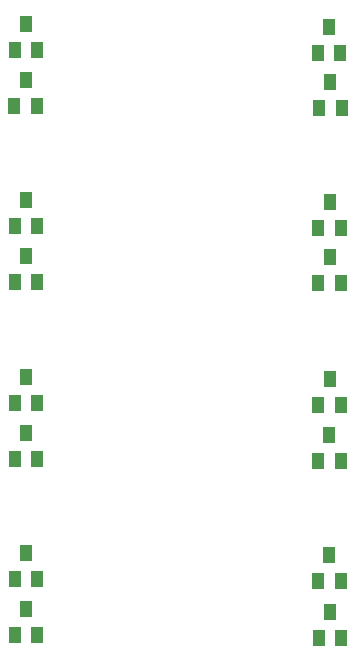
<source format=gbr>
G04 EAGLE Gerber RS-274X export*
G75*
%MOMM*%
%FSLAX34Y34*%
%LPD*%
%INSolderpaste Top*%
%IPPOS*%
%AMOC8*
5,1,8,0,0,1.08239X$1,22.5*%
G01*
%ADD10R,1.000000X1.400000*%


D10*
X2902900Y1730200D03*
X2912400Y1708200D03*
X2893400Y1708200D03*
X3159700Y2028500D03*
X3169200Y2006500D03*
X3150200Y2006500D03*
X2902600Y2076500D03*
X2912100Y2054500D03*
X2893100Y2054500D03*
X2902500Y2029600D03*
X2912000Y2007600D03*
X2893000Y2007600D03*
X2902500Y2225600D03*
X2912000Y2203600D03*
X2893000Y2203600D03*
X2902400Y2177800D03*
X2911900Y2155800D03*
X2892900Y2155800D03*
X3159400Y2222700D03*
X3168900Y2200700D03*
X3149900Y2200700D03*
X3160400Y2176400D03*
X3169900Y2154400D03*
X3150900Y2154400D03*
X2902800Y1778100D03*
X2912300Y1756100D03*
X2893300Y1756100D03*
X3159600Y1776000D03*
X3169100Y1754000D03*
X3150100Y1754000D03*
X3160000Y1727800D03*
X3169500Y1705800D03*
X3150500Y1705800D03*
X3159800Y1925000D03*
X3169300Y1903000D03*
X3150300Y1903000D03*
X3159600Y1877400D03*
X3169100Y1855400D03*
X3150100Y1855400D03*
X2902700Y1926600D03*
X2912200Y1904600D03*
X2893200Y1904600D03*
X2902600Y1879400D03*
X2912100Y1857400D03*
X2893100Y1857400D03*
X3159700Y2074600D03*
X3169200Y2052600D03*
X3150200Y2052600D03*
M02*

</source>
